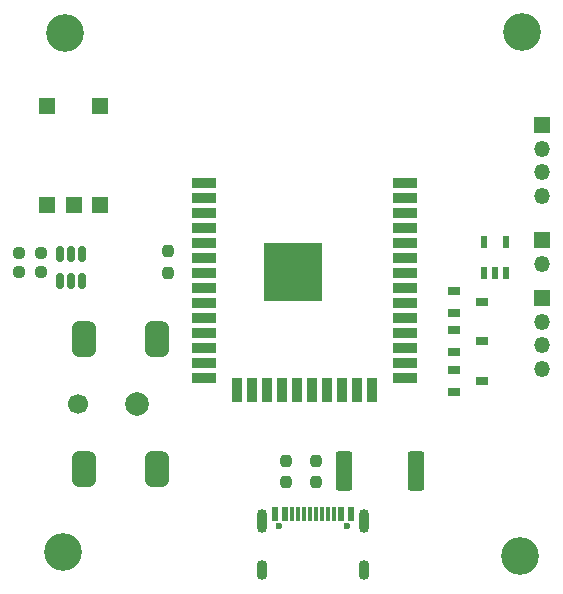
<source format=gbr>
%TF.GenerationSoftware,KiCad,Pcbnew,(6.0.7)*%
%TF.CreationDate,2022-09-29T21:15:40+02:00*%
%TF.ProjectId,ledpcb,6c656470-6362-42e6-9b69-6361645f7063,rev?*%
%TF.SameCoordinates,Original*%
%TF.FileFunction,Soldermask,Top*%
%TF.FilePolarity,Negative*%
%FSLAX46Y46*%
G04 Gerber Fmt 4.6, Leading zero omitted, Abs format (unit mm)*
G04 Created by KiCad (PCBNEW (6.0.7)) date 2022-09-29 21:15:40*
%MOMM*%
%LPD*%
G01*
G04 APERTURE LIST*
G04 Aperture macros list*
%AMRoundRect*
0 Rectangle with rounded corners*
0 $1 Rounding radius*
0 $2 $3 $4 $5 $6 $7 $8 $9 X,Y pos of 4 corners*
0 Add a 4 corners polygon primitive as box body*
4,1,4,$2,$3,$4,$5,$6,$7,$8,$9,$2,$3,0*
0 Add four circle primitives for the rounded corners*
1,1,$1+$1,$2,$3*
1,1,$1+$1,$4,$5*
1,1,$1+$1,$6,$7*
1,1,$1+$1,$8,$9*
0 Add four rect primitives between the rounded corners*
20,1,$1+$1,$2,$3,$4,$5,0*
20,1,$1+$1,$4,$5,$6,$7,0*
20,1,$1+$1,$6,$7,$8,$9,0*
20,1,$1+$1,$8,$9,$2,$3,0*%
G04 Aperture macros list end*
%ADD10R,1.350000X1.350000*%
%ADD11O,1.350000X1.350000*%
%ADD12R,0.600000X1.000000*%
%ADD13R,2.000000X0.900000*%
%ADD14R,0.900000X2.000000*%
%ADD15R,5.000000X5.000000*%
%ADD16R,1.000000X0.800000*%
%ADD17C,3.200000*%
%ADD18R,1.400000X1.400000*%
%ADD19RoundRect,0.237500X0.237500X-0.250000X0.237500X0.250000X-0.237500X0.250000X-0.237500X-0.250000X0*%
%ADD20C,0.600000*%
%ADD21R,0.600000X1.160000*%
%ADD22R,0.300000X1.160000*%
%ADD23O,0.900000X2.000000*%
%ADD24O,0.900000X1.700000*%
%ADD25RoundRect,0.237500X-0.250000X-0.237500X0.250000X-0.237500X0.250000X0.237500X-0.250000X0.237500X0*%
%ADD26RoundRect,0.249999X0.450001X1.425001X-0.450001X1.425001X-0.450001X-1.425001X0.450001X-1.425001X0*%
%ADD27C,1.700000*%
%ADD28C,2.000000*%
%ADD29RoundRect,0.500000X-0.500000X-1.000000X0.500000X-1.000000X0.500000X1.000000X-0.500000X1.000000X0*%
%ADD30RoundRect,0.150000X0.150000X-0.512500X0.150000X0.512500X-0.150000X0.512500X-0.150000X-0.512500X0*%
G04 APERTURE END LIST*
D10*
%TO.C,J1*%
X146800000Y-95750000D03*
D11*
X146800000Y-97750000D03*
%TD*%
D12*
%TO.C,U1*%
X141848800Y-98531200D03*
X142798800Y-98531200D03*
X143748800Y-98531200D03*
X143748800Y-95931200D03*
X141848800Y-95931200D03*
%TD*%
D13*
%TO.C,U2*%
X118195200Y-90906600D03*
X118195200Y-92176600D03*
X118195200Y-93446600D03*
X118195200Y-94716600D03*
X118195200Y-95986600D03*
X118195200Y-97256600D03*
X118195200Y-98526600D03*
X118195200Y-99796600D03*
X118195200Y-101066600D03*
X118195200Y-102336600D03*
X118195200Y-103606600D03*
X118195200Y-104876600D03*
X118195200Y-106146600D03*
X118195200Y-107416600D03*
D14*
X120980200Y-108416600D03*
X122250200Y-108416600D03*
X123520200Y-108416600D03*
X124790200Y-108416600D03*
X126060200Y-108416600D03*
X127330200Y-108416600D03*
X128600200Y-108416600D03*
X129870200Y-108416600D03*
X131140200Y-108416600D03*
X132410200Y-108416600D03*
D13*
X135195200Y-107416600D03*
X135195200Y-106146600D03*
X135195200Y-104876600D03*
X135195200Y-103606600D03*
X135195200Y-102336600D03*
X135195200Y-101066600D03*
X135195200Y-99796600D03*
X135195200Y-98526600D03*
X135195200Y-97256600D03*
X135195200Y-95986600D03*
X135195200Y-94716600D03*
X135195200Y-93446600D03*
X135195200Y-92176600D03*
X135195200Y-90906600D03*
D15*
X125695200Y-98406600D03*
%TD*%
D16*
%TO.C,Q3*%
X139359600Y-103342400D03*
X139359600Y-105242400D03*
X141659600Y-104292400D03*
%TD*%
D17*
%TO.C,REF\u002A\u002A*%
X106400000Y-78200000D03*
%TD*%
D18*
%TO.C,SW1*%
X109387200Y-84395200D03*
X109387200Y-92795200D03*
X104887200Y-84395200D03*
X104887200Y-92795200D03*
X107137200Y-92795200D03*
%TD*%
D19*
%TO.C,R4*%
X125069600Y-116228500D03*
X125069600Y-114403500D03*
%TD*%
D10*
%TO.C,J5*%
X146761200Y-100634800D03*
D11*
X146761200Y-102634800D03*
X146761200Y-104634800D03*
X146761200Y-106634800D03*
%TD*%
D17*
%TO.C,REF\u002A\u002A*%
X144950000Y-122450000D03*
%TD*%
D19*
%TO.C,R3*%
X127660400Y-116228500D03*
X127660400Y-114403500D03*
%TD*%
D20*
%TO.C,J2*%
X130266000Y-119960500D03*
X124486000Y-119960500D03*
D21*
X124176000Y-118900500D03*
X124976000Y-118900500D03*
D22*
X126126000Y-118900500D03*
X127126000Y-118900500D03*
X127626000Y-118900500D03*
X128626000Y-118900500D03*
D21*
X129776000Y-118900500D03*
X130576000Y-118900500D03*
X130576000Y-118900500D03*
X129776000Y-118900500D03*
D22*
X129126000Y-118900500D03*
X128126000Y-118900500D03*
X126626000Y-118900500D03*
X125626000Y-118900500D03*
D21*
X124976000Y-118900500D03*
X124176000Y-118900500D03*
D23*
X123056000Y-119480500D03*
D24*
X123056000Y-123650500D03*
X131696000Y-123650500D03*
D23*
X131696000Y-119480500D03*
%TD*%
D25*
%TO.C,R6*%
X102512500Y-98400000D03*
X104337500Y-98400000D03*
%TD*%
D26*
%TO.C,R2*%
X136095200Y-115316000D03*
X129995200Y-115316000D03*
%TD*%
D16*
%TO.C,Q2*%
X139362800Y-106695200D03*
X139362800Y-108595200D03*
X141662800Y-107645200D03*
%TD*%
D27*
%TO.C,J4*%
X107475000Y-109575000D03*
D28*
X112475000Y-109575000D03*
D29*
X107975000Y-115075000D03*
X114175000Y-115075000D03*
X114175000Y-104075000D03*
X107975000Y-104075000D03*
%TD*%
D16*
%TO.C,Q1*%
X139359600Y-100040400D03*
X139359600Y-101940400D03*
X141659600Y-100990400D03*
%TD*%
D19*
%TO.C,R1*%
X115100000Y-98512500D03*
X115100000Y-96687500D03*
%TD*%
D17*
%TO.C,REF\u002A\u002A*%
X106250000Y-122150000D03*
%TD*%
D25*
%TO.C,R5*%
X102537500Y-96850000D03*
X104362500Y-96850000D03*
%TD*%
D30*
%TO.C,U3*%
X105933200Y-99181500D03*
X106883200Y-99181500D03*
X107833200Y-99181500D03*
X107833200Y-96906500D03*
X106883200Y-96906500D03*
X105933200Y-96906500D03*
%TD*%
D17*
%TO.C,REF\u002A\u002A*%
X145100000Y-78150000D03*
%TD*%
D10*
%TO.C,J3*%
X146750000Y-86000000D03*
D11*
X146750000Y-88000000D03*
X146750000Y-90000000D03*
X146750000Y-92000000D03*
%TD*%
M02*

</source>
